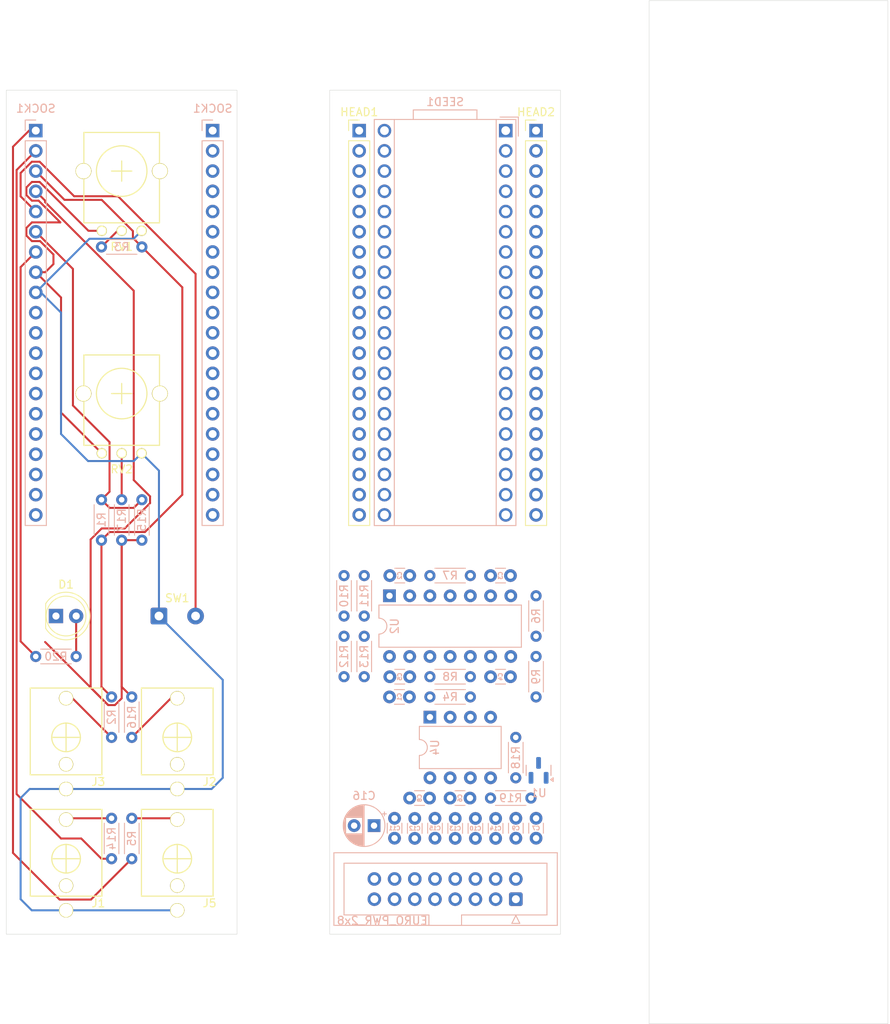
<source format=kicad_pcb>
(kicad_pcb (version 20240108) (generator "pcbnew") (generator_version "8.0")
  (layers (0 "F.Cu" signal) (31 "B.Cu" signal) (34 "B.Paste" user) (35 "F.Paste" user) (36 "B.SilkS" user "B.Silkscreen") (37 "F.SilkS" user "F.Silkscreen") (38 "B.Mask" user) (39 "F.Mask" user) (44 "Edge.Cuts" user))
  (net 0 "")
  (net 1 "ADC_IN_1")
  (net 2 "+5V")
  (net 3 "3V3_A")
  (net 4 "ADC_IN_0")
  (net 5 "AUDIO_IN_L")
  (net 6 "AUDIO_OUT_L")
  (net 7 "S5")
  (net 8 "S3")
  (net 9 "Net-(C2-Pad2)")
  (net 10 "Net-(C3-Pad2)")
  (net 11 "Net-(U2B--)")
  (net 12 "Net-(C4-Pad2)")
  (net 13 "Net-(U2C--)")
  (net 14 "S1")
  (net 15 "Net-(U2D--)")
  (net 16 "S2")
  (net 17 "-10V_REF")
  (net 18 "-12V")
  (net 19 "+12V")
  (net 21 "Net-(J1-PadT)")
  (net 23 "Net-(J2-PadT)")
  (net 25 "Net-(J3-PadT)")
  (net 26 "Net-(J4-CV-Pad13)")
  (net 27 "Net-(J4-GATE-Pad15)")
  (net 28 "Net-(J5-PadT)")
  (net 30 "Net-(R3-Pad1)")
  (net 31 "Net-(R17-Pad1)")
  (net 32 "S4")
  (net 33 "Net-(D1-A)")
  (net 35 "H5")
  (net 36 "H3")
  (net 37 "H4")
  (net 38 "H1")
  (net 39 "H2")
  (net 40 "H6")
  (net 41 "H_LED_OUT")
  (net 42 "H_GND")
  (net 43 "S_GND")
  (net 44 "S_LED_OUT")
  (net 45 "S_3V3_A")
  (footprint "Connector_PinHeader_2.54mm:PinHeader_1x20_P2.54mm_Vertical" (layer "F.Cu") (at 207.645 41.73)
    (property "Reference" "HEAD1")
    (property "Value" "PinHeader")
  )
  (footprint "eurocad:PJ301M-12_T_S" (layer "F.Cu") (at 170.811981 117.93)
    (property "Reference" "J3")
    (property "Value" "DELAY_TIME_CV_INPUT")
  )
  (footprint "LED_THT:LED_D5.0mm" (layer "F.Cu") (at 169.541981 102.69)
    (property "Reference" "D1")
    (property "Value" "LED")
  )
  (footprint "Library:Eurorack_Panel_ScrewHole_Oval" (layer "F.Cu") (at 269.24 150.9014)
    (property "Reference" "REF**" (hide yes))
    (property "Value" "Eurorack_Panel_ScrewHole_Oval" (hide yes))
  )
  (footprint "eurocad:PJ301M-12_T_S" (layer "F.Cu") (at 184.785 133.17)
    (property "Reference" "J5")
    (property "Value" "AUDIO_INPUT")
  )
  (footprint "eurocad:PJ301M-12_T_S" (layer "F.Cu") (at 170.815 133.17)
    (property "Reference" "J1")
    (property "Value" "AUDIO_OUTPUT")
  )
  (footprint "eurocad:PJ301M-12_T_S" (layer "F.Cu") (at 184.785 117.93)
    (property "Reference" "J2")
    (property "Value" "FEEDBACK_CV_INPUT")
  )
  (footprint "Library:Eurorack_Panel_ScrewHole_Oval" (layer "F.Cu") (at 248.92 28.3972)
    (property "Reference" "REF**" (hide yes))
    (property "Value" "Eurorack_Panel_ScrewHole_Oval" (hide yes))
  )
  (footprint "Connector_PinHeader_2.54mm:PinHeader_1x20_P2.54mm_Vertical" (layer "F.Cu") (at 229.87 41.73)
    (property "Reference" "HEAD2")
    (property "Value" "PinHeader_1x20_P2.54mm_Vertical")
  )
  (footprint "eurocad:Alpha9mmPot" (layer "F.Cu") (at 177.8 74.75)
    (property "Reference" "RV2")
    (property "Value" "FEEDBACK_POT_10K")
  )
  (footprint "eurocad:Alpha9mmPot" (layer "F.Cu") (at 177.8 46.81)
    (property "Reference" "RV1")
    (property "Value" "DELAY_TIME_POT_10K")
  )
  (footprint "Connector_Wire:SolderWire-0.5sqmm_1x02_P4.6mm_D0.9mm_OD2.1mm" (layer "F.Cu") (at 182.485 102.69)
    (property "Reference" "SW1")
    (property "Value" "SW_SPDT")
  )
  (footprint "Library:EURO_PWR_2x8" (layer "B.Cu") (at 227.33 138.25 90)
    (property "Reference" "J4" (hide yes))
    (property "Value" "EURO_PWR_2x8")
  )
  (footprint "Resistor_THT:R_Axial_DIN0204_L3.6mm_D1.6mm_P5.08mm_Horizontal" (layer "B.Cu") (at 208.28 110.31 90)
    (property "Reference" "R13")
    (property "Value" "100K")
  )
  (footprint "Capacitor_THT:C_Disc_D3.0mm_W1.6mm_P2.50mm" (layer "B.Cu") (at 227.33 128.09 -90)
    (property "Reference" "C9")
    (property "Value" "100nF")
  )
  (footprint "Resistor_THT:R_Axial_DIN0204_L3.6mm_D1.6mm_P5.08mm_Horizontal" (layer "B.Cu") (at 224.145 125.55)
    (property "Reference" "R19")
    (property "Value" "2K")
  )
  (footprint "Connector_PinSocket_2.54mm:PinSocket_1x20_P2.54mm_Vertical" (layer "B.Cu") (at 167.005 41.73 180)
    (property "Reference" "SOCK1")
    (property "Value" "PinSocket")
  )
  (footprint "Resistor_THT:R_Axial_DIN0204_L3.6mm_D1.6mm_P5.08mm_Horizontal" (layer "B.Cu") (at 227.32 123.01 90)
    (property "Reference" "R18")
    (property "Value" "66.5K")
  )
  (footprint "Capacitor_THT:C_Disc_D3.0mm_W1.6mm_P2.50mm" (layer "B.Cu") (at 212.09 128.09 -90)
    (property "Reference" "C11")
    (property "Value" "10µF")
  )
  (footprint "Resistor_THT:R_Axial_DIN0204_L3.6mm_D1.6mm_P5.08mm_Horizontal" (layer "B.Cu") (at 229.87 105.23 90)
    (property "Reference" "R6")
    (property "Value" "100K")
  )
  (footprint "Capacitor_THT:C_Disc_D3.0mm_W1.6mm_P2.50mm" (layer "B.Cu") (at 222.25 130.61 90)
    (property "Reference" "C10")
    (property "Value" "100nF")
  )
  (footprint "Package_DIP:DIP-14_W7.62mm" (layer "B.Cu") (at 211.455 100.15 -90)
    (property "Reference" "U2")
    (property "Value" "TL074")
  )
  (footprint "Capacitor_THT:C_Disc_D3.0mm_W1.6mm_P2.50mm" (layer "B.Cu") (at 224.155 97.61)
    (property "Reference" "C3")
    (property "Value" "560PF")
  )
  (footprint "Capacitor_THT:C_Disc_D3.0mm_W1.6mm_P2.50mm" (layer "B.Cu") (at 219.71 128.11 -90)
    (property "Reference" "C13")
    (property "Value" "100nF")
  )
  (footprint "Resistor_THT:R_Axial_DIN0204_L3.6mm_D1.6mm_P5.08mm_Horizontal" (layer "B.Cu") (at 221.615 112.85 180)
    (property "Reference" "R4")
    (property "Value" "66.5K")
  )
  (footprint "Capacitor_THT:C_Disc_D3.0mm_W1.6mm_P2.50mm" (layer "B.Cu") (at 224.79 130.61 90)
    (property "Reference" "C14")
    (property "Value" "100nF")
  )
  (footprint "Resistor_THT:R_Axial_DIN0204_L3.6mm_D1.6mm_P5.08mm_Horizontal" (layer "B.Cu") (at 205.74 105.23 -90)
    (property "Reference" "R12")
    (property "Value" "100K")
  )
  (footprint "Capacitor_THT:C_Disc_D3.0mm_W1.6mm_P2.50mm" (layer "B.Cu") (at 229.87 128.09 -90)
    (property "Reference" "C7")
    (property "Value" "100nF")
  )
  (footprint "Resistor_THT:R_Axial_DIN0204_L3.6mm_D1.6mm_P5.08mm_Horizontal" (layer "B.Cu") (at 205.74 97.61 -90)
    (property "Reference" "R10")
    (property "Value" "10K")
  )
  (footprint "Resistor_THT:R_Axial_DIN0204_L3.6mm_D1.6mm_P5.08mm_Horizontal" (layer "B.Cu") (at 180.34 88.085 -90)
    (property "Reference" "R15")
    (property "Value" "200K")
  )
  (footprint "Resistor_THT:R_Axial_DIN0204_L3.6mm_D1.6mm_P5.08mm_Horizontal" (layer "B.Cu") (at 216.535 110.31)
    (property "Reference" "R8")
    (property "Value" "100K")
  )
  (footprint "Capacitor_THT:C_Disc_D3.0mm_W1.6mm_P2.50mm" (layer "B.Cu") (at 213.955 112.85 180)
    (property "Reference" "C1")
    (property "Value" "10nF")
  )
  (footprint "Capacitor_THT:C_Disc_D3.0mm_W1.6mm_P2.50mm" (layer "B.Cu") (at 213.995 110.31 180)
    (property "Reference" "C5")
    (property "Value" "47PF")
  )
  (footprint "Resistor_THT:R_Axial_DIN0204_L3.6mm_D1.6mm_P5.08mm_Horizontal" (layer "B.Cu") (at 175.26 56.335)
    (property "Reference" "R3")
    (property "Value" "66.5K")
  )
  (footprint "Package_TO_SOT_SMD:SOT-23" (layer "B.Cu") (at 230.185 122.0725 90)
    (property "Reference" "U1")
    (property "Value" "LM4040DBZ-10")
  )
  (footprint "Resistor_THT:R_Axial_DIN0204_L3.6mm_D1.6mm_P5.08mm_Horizontal" (layer "B.Cu") (at 229.87 107.77 -90)
    (property "Reference" "R9")
    (property "Value" "10K")
  )
  (footprint "Resistor_THT:R_Axial_DIN0204_L3.6mm_D1.6mm_P5.08mm_Horizontal" (layer "B.Cu") (at 167.001981 107.77)
    (property "Reference" "R20")
    (property "Value" "1K")
  )
  (footprint "Resistor_THT:R_Axial_DIN0204_L3.6mm_D1.6mm_P5.08mm_Horizontal" (layer "B.Cu") (at 176.526981 133.17 90)
    (property "Reference" "R14")
    (property "Value" "1K")
  )
  (footprint "Resistor_THT:R_Axial_DIN0204_L3.6mm_D1.6mm_P5.08mm_Horizontal" (layer "B.Cu") (at 175.26 88.085 -90)
    (property "Reference" "R1")
    (property "Value" "200K")
  )
  (footprint "Package_DIP:DIP-8_W7.62mm" (layer "B.Cu") (at 216.535 115.39 -90)
    (property "Reference" "U4")
    (property "Value" "MCP6002-xP")
  )
  (footprint "Module:Electrosmith_Daisy_Seed" (layer "B.Cu") (at 226.06 41.73 180)
    (property "Reference" "SEED1")
    (property "Value" "Electrosmith_Daisy_Seed_Rev4")
  )
  (footprint "Capacitor_THT:C_Disc_D3.0mm_W1.6mm_P2.50mm" (layer "B.Cu") (at 224.155 110.31)
    (property "Reference" "C4")
    (property "Value" "47PF")
  )
  (footprint "Resistor_THT:R_Axial_DIN0204_L3.6mm_D1.6mm_P5.08mm_Horizontal" (layer "B.Cu") (at 208.28 102.69 90)
    (property "Reference" "R11")
    (property "Value" "100K")
  )
  (footprint "Capacitor_THT:CP_Radial_D5.0mm_P2.50mm" (layer "B.Cu") (at 209.51 129.01 180)
    (property "Reference" "C16")
    (property "Value" "220µF")
  )
  (footprint "Resistor_THT:R_Axial_DIN0204_L3.6mm_D1.6mm_P5.08mm_Horizontal" (layer "B.Cu") (at 179.07 117.93 90)
    (property "Reference" "R16")
    (property "Value" "100K")
  )
  (footprint "Capacitor_THT:C_Disc_D3.0mm_W1.6mm_P2.50mm" (layer "B.Cu") (at 221.565 125.55 180)
    (property "Reference" "C6")
    (property "Value" "10nF")
  )
  (footprint "Connector_PinSocket_2.54mm:PinSocket_1x20_P2.54mm_Vertical" (layer "B.Cu") (at 189.23 41.73 180)
    (property "Reference" "SOCK1")
    (property "Value" "PinSocket_1x20_P2.54mm_Vertical")
  )
  (footprint "Capacitor_THT:C_Disc_D3.0mm_W1.6mm_P2.50mm" (layer "B.Cu") (at 217.17 128.09 -90)
    (property "Reference" "C15")
    (property "Value" "10µF")
  )
  (footprint "Resistor_THT:R_Axial_DIN0204_L3.6mm_D1.6mm_P5.08mm_Horizontal" (layer "B.Cu") (at 176.526981 117.93 90)
    (property "Reference" "R2")
    (property "Value" "100K")
  )
  (footprint "Capacitor_THT:C_Disc_D3.0mm_W1.6mm_P2.50mm" (layer "B.Cu") (at 214.63 130.61 90)
    (property "Reference" "C12")
    (property "Value" "10µF")
  )
  (footprint "Capacitor_THT:C_Disc_D3.0mm_W1.6mm_P2.50mm" (layer "B.Cu") (at 216.485 125.55 180)
    (property "Reference" "C8")
    (property "Value" "100nF")
  )
  (footprint "Resistor_THT:R_Axial_DIN0204_L3.6mm_D1.6mm_P5.08mm_Horizontal" (layer "B.Cu") (at 179.07 128.09 -90)
    (property "Reference" "R5")
    (property "Value" "100K")
  )
  (footprint "Capacitor_THT:C_Disc_D3.0mm_W1.6mm_P2.50mm" (layer "B.Cu") (at 213.995 97.61 180)
    (property "Reference" "C2")
    (property "Value" "47PF")
  )
  (footprint "Resistor_THT:R_Axial_DIN0204_L3.6mm_D1.6mm_P5.08mm_Horizontal" (layer "B.Cu") (at 177.8 88.085 -90)
    (property "Reference" "R17")
    (property "Value" "66.5K")
  )
  (footprint "Resistor_THT:R_Axial_DIN0204_L3.6mm_D1.6mm_P5.08mm_Horizontal" (layer "B.Cu") (at 221.615 97.61 180)
    (property "Reference" "R7")
    (property "Value" "1K")
  )
  (gr_rect (start 163.3 36.65) (end 192.3 142.65) (stroke (width 0.05)) (fill none) (layer "Edge.Cuts"))
  (gr_rect (start 244.08 25.4) (end 274.08 153.9) (stroke (width 0.05)) (fill none) (layer "Edge.Cuts"))
  (gr_rect (start 203.94 36.65) (end 232.94 142.65) (stroke (width 0.05)) (fill none) (layer "Edge.Cuts"))
  (segment (start 166.518299 45.635) (end 165.1 47.053299) (width 0.25) (layer "F.Cu") (net 7))
  (segment (start 165.1 49.985) (end 167.005 51.89) (width 0.25) (layer "F.Cu") (net 7))
  (segment (start 177.341841 49.972982) (end 171.829683 49.972982) (width 0.25) (layer "F.Cu") (net 7))
  (segment (start 187.085 102.69) (end 187.085 59.716141) (width 0.25) (layer "F.Cu") (net 7))
  (segment (start 187.085 59.716141) (end 177.341841 49.972982) (width 0.25) (layer "F.Cu") (net 7))
  (segment (start 171.829683 49.972982) (end 167.491701 45.635) (width 0.25) (layer "F.Cu") (net 7))
  (segment (start 167.491701 45.635) (end 166.518299 45.635) (width 0.25) (layer "F.Cu") (net 7))
  (segment (start 165.1 47.053299) (end 165.1 49.985) (width 0.25) (layer "F.Cu") (net 7))
  (segment (start 175.291841 50.422982) (end 179.210132 54.341273) (width 0.25) (layer "F.Cu") (net 8))
  (segment (start 180.73 92.14) (end 176.285 92.14) (width 0.25) (layer "F.Cu") (net 8))
  (segment (start 179.210132 55.205132) (end 180.34 56.335) (width 0.25) (layer "F.Cu") (net 8))
  (segment (start 180.34 56.335) (end 185.42 61.415) (width 0.25) (layer "F.Cu") (net 8))
  (segment (start 185.42 61.415) (end 185.42 87.45) (width 0.25) (layer "F.Cu") (net 8))
  (segment (start 170.617982 50.422982) (end 175.291841 50.422982) (width 0.25) (layer "F.Cu") (net 8))
  (segment (start 179.210132 54.341273) (end 179.210132 55.205132) (width 0.25) (layer "F.Cu") (net 8))
  (segment (start 176.285 92.14) (end 175.26 93.165) (width 0.25) (layer "F.Cu") (net 8))
  (segment (start 175.26 111.583019) (end 176.526981 112.85) (width 0.25) (layer "F.Cu") (net 8))
  (segment (start 167.005 46.81) (end 170.617982 50.422982) (width 0.25) (layer "F.Cu") (net 8))
  (segment (start 175.26 93.165) (end 175.26 111.583019) (width 0.25) (layer "F.Cu") (net 8))
  (segment (start 185.42 87.45) (end 180.73 92.14) (width 0.25) (layer "F.Cu") (net 8))
  (segment (start 173.942253 138.297747) (end 179.07 133.17) (width 0.25) (layer "F.Cu") (net 14))
  (segment (start 164.1436 132.443578) (end 169.997769 138.297747) (width 0.25) (layer "F.Cu") (net 14))
  (segment (start 164.1436 43.753335) (end 164.1436 132.443578) (width 0.25) (layer "F.Cu") (net 14))
  (segment (start 166.166935 41.73) (end 164.1436 43.753335) (width 0.25) (layer "F.Cu") (net 14))
  (segment (start 169.997769 138.297747) (end 173.942253 138.297747) (width 0.25) (layer "F.Cu") (net 14))
  (segment (start 167.005 41.73) (end 166.166935 41.73) (width 0.25) (layer "F.Cu") (net 14))
  (segment (start 164.5936 46.6814) (end 167.005 44.27) (width 0.25) (layer "F.Cu") (net 16))
  (segment (start 170.18 130.63) (end 164.5936 125.0436) (width 0.25) (layer "F.Cu") (net 16))
  (segment (start 172.72 130.63) (end 170.18 130.63) (width 0.25) (layer "F.Cu") (net 16))
  (segment (start 164.5936 125.0436) (end 164.5936 46.6814) (width 0.25) (layer "F.Cu") (net 16))
  (segment (start 176.526981 133.17) (end 175.26 133.17) (width 0.25) (layer "F.Cu") (net 16))
  (segment (start 175.26 133.17) (end 172.72 130.63) (width 0.25) (layer "F.Cu") (net 16))
  (segment (start 176.285 89.11) (end 175.26 88.085) (width 0.25) (layer "F.Cu") (net 17))
  (segment (start 171.675 76.245) (end 176.275 80.845) (width 0.25) (layer "F.Cu") (net 17))
  (segment (start 176.275 87.07) (end 175.26 88.085) (width 0.25) (layer "F.Cu") (net 17))
  (segment (start 179.315 89.11) (end 176.285 89.11) (width 0.25) (layer "F.Cu") (net 17))
  (segment (start 171.675 59.1) (end 171.675 76.245) (width 0.25) (layer "F.Cu") (net 17))
  (segment (start 167.005 54.43) (end 171.675 59.1) (width 0.25) (layer "F.Cu") (net 17))
  (segment (start 176.275 80.845) (end 176.275 87.07) (width 0.25) (layer "F.Cu") (net 17))
  (segment (start 180.34 88.085) (end 179.315 89.11) (width 0.25) (layer "F.Cu") (net 17))
  (segment (start 176.526981 128.09) (end 170.975 128.09) (width 0.25) (layer "F.Cu") (net 21))
  (segment (start 170.975 128.09) (end 170.815 128.25) (width 0.25) (layer "F.Cu") (net 21))
  (segment (start 179.07 117.93) (end 183.99 113.01) (width 0.25) (layer "F.Cu") (net 23))
  (segment (start 183.99 113.01) (end 184.785 113.01) (width 0.25) (layer "F.Cu") (net 23))
  (segment (start 176.526981 117.93) (end 171.606981 113.01) (width 0.25) (layer "F.Cu") (net 25))
  (segment (start 171.606981 113.01) (end 170.811981 113.01) (width 0.25) (layer "F.Cu") (net 25))
  (segment (start 179.07 128.09) (end 184.625 128.09) (width 0.25) (layer "F.Cu") (net 28))
  (segment (start 184.625 128.09) (end 184.785 128.25) (width 0.25) (layer "F.Cu") (net 28))
  (segment (start 175.26 56.335) (end 177.285 54.31) (width 0.25) (layer "F.Cu") (net 30))
  (segment (start 177.285 54.31) (end 177.8 54.31) (width 0.25) (layer "F.Cu") (net 30))
  (segment (start 177.8 88.085) (end 177.8 82.25) (width 0.25) (layer "F.Cu") (net 31))
  (segment (start 168.18 50.525) (end 168.18 50.704569) (width 0.25) (layer "F.Cu") (net 32))
  (segment (start 181.365 87.660431) (end 181.365 88.509569) (width 0.25) (layer "F.Cu") (net 32))
  (segment (start 173.898706 111.671294) (end 176.102412 113.875) (width 0.25) (layer "F.Cu") (net 32))
  (segment (start 179.315 85.610431) (end 181.365 87.660431) (width 0.25) (layer "F.Cu") (net 32))
  (segment (start 178.184569 91.69) (end 175.285431 91.69) (width 0.25) (layer "F.Cu") (net 32))
  (segment (start 181.365 88.509569) (end 178.184569 91.69) (width 0.25) (layer "F.Cu") (net 32))
  (segment (start 179.315 61.839569) (end 179.315 85.610431) (width 0.25) (layer "F.Cu") (net 32))
  (segment (start 168.18 105.952588) (end 176.102412 113.875) (width 0.25) (layer "F.Cu") (net 32))
  (segment (start 176.102412 113.875) (end 176.95155 113.875) (width 0.25) (layer "F.Cu") (net 32))
  (segment (start 177.8 93.165) (end 177.8 111.58) (width 0.25) (layer "F.Cu") (net 32))
  (segment (start 177.8 113.02655) (end 177.8 93.165) (width 0.25) (layer "F.Cu") (net 32))
  (segment (start 175.285431 91.69) (end 173.898706 93.076725) (width 0.25) (layer "F.Cu") (net 32))
  (segment (start 177.8 111.58) (end 179.07 112.85) (width 0.25) (layer "F.Cu") (net 32))
  (segment (start 177.8 93.165) (end 180.34 93.165) (width 0.25) (layer "F.Cu") (net 32))
  (segment (start 168.18 50.704569) (end 179.315 61.839569) (width 0.25) (layer "F.Cu") (net 32))
  (segment (start 176.95155 113.875) (end 177.8 113.02655) (width 0.25) (layer "F.Cu") (net 32))
  (segment (start 167.005 49.35) (end 168.18 50.525) (width 0.25) (layer "F.Cu") (net 32))
  (segment (start 173.898706 93.076725) (end 173.898706 111.671294) (width 0.25) (layer "F.Cu") (net 32))
  (segment (start 172.081981 102.69) (end 172.081981 107.77) (width 0.25) (layer "F.Cu") (net 33))
  (segment (start 170.811981 124.41) (end 166.24 124.41) (width 0.25) (layer "B.Cu") (net 43))
  (segment (start 173.745 55.31) (end 179.3 55.31) (width 0.25) (layer "B.Cu") (net 43))
  (segment (start 165.1 125.55) (end 165.1 138.25) (width 0.25) (layer "B.Cu") (net 43))
  (segment (start 170.815 139.65) (end 184.785 139.65) (width 0.25) (layer "B.Cu") (net 43))
  (segment (start 179.325 83.225) (end 173.575 83.225) (width 0.25) (layer "B.Cu") (net 43))
  (segment (start 180.3 82.25) (end 179.325 83.225) (width 0.25) (layer "B.Cu") (net 43))
  (segment (start 167.64 62.05) (end 167.005 62.05) (width 0.25) (layer "B.Cu") (net 43))
  (segment (start 189.1 124.41) (end 184.785 124.41) (width 0.25) (layer "B.Cu") (net 43))
  (segment (start 190.5 123.01) (end 189.1 124.41) (width 0.25) (layer "B.Cu") (net 43))
  (segment (start 190.5 110.705) (end 190.5 123.01) (width 0.25) (layer "B.Cu") (net 43))
  (segment (start 182.485 102.69) (end 182.485 84.435) (width 0.25) (layer "B.Cu") (net 43))
  (segment (start 184.785 124.41) (end 170.811981 124.41) (width 0.25) (layer "B.Cu") (net 43))
  (segment (start 182.485 84.435) (end 180.3 82.25) (width 0.25) (layer "B.Cu") (net 43))
  (segment (start 182.485 102.69) (end 190.5 110.705) (width 0.25) (layer "B.Cu") (net 43))
  (segment (start 167.005 62.05) (end 173.745 55.31) (width 0.25) (layer "B.Cu") (net 43))
  (segment (start 166.24 124.41) (end 165.1 125.55) (width 0.25) (layer "B.Cu") (net 43))
  (segment (start 166.5 139.65) (end 170.815 139.65) (width 0.25) (layer "B.Cu") (net 43))
  (segment (start 173.575 83.225) (end 170.18 79.83) (width 0.25) (layer "B.Cu") (net 43))
  (segment (start 165.1 138.25) (end 166.5 139.65) (width 0.25) (layer "B.Cu") (net 43))
  (segment (start 179.3 55.31) (end 180.3 54.31) (width 0.25) (layer "B.Cu") (net 43))
  (segment (start 170.18 79.83) (end 170.18 64.59) (width 0.25) (layer "B.Cu") (net 43))
  (segment (start 170.18 64.59) (end 167.64 62.05) (width 0.25) (layer "B.Cu") (net 43))
  (segment (start 167.001981 107.77) (end 165.1 105.868019) (width 0.25) (layer "F.Cu") (net 44))
  (segment (start 165.1 58.875) (end 167.005 56.97) (width 0.25) (layer "F.Cu") (net 44))
  (segment (start 165.1 105.868019) (end 165.1 58.875) (width 0.25) (layer "F.Cu") (net 44))
  (segment (start 167.491701 48.175) (end 173.626701 54.31) (width 0.25) (layer "F.Cu") (net 45))
  (segment (start 166.518299 55.605) (end 165.83 54.916701) (width 0.25) (layer "F.Cu") (net 45))
  (segment (start 167.005 59.51) (end 168.207081 59.51) (width 0.25) (layer "F.Cu") (net 45))
  (segment (start 166.518299 50.525) (end 165.83 49.836701) (width 0.25) (layer "F.Cu") (net 45))
  (segment (start 165.83 53.943299) (end 166.518299 53.255) (width 0.25) (layer "F.Cu") (net 45))
  (segment (start 167.005 59.51) (end 170.18 62.685) (width 0.25) (layer "F.Cu") (net 45))
  (segment (start 167.364035 50.525) (end 166.518299 50.525) (width 0.25) (layer "F.Cu") (net 45))
  (segment (start 170.18 62.685) (end 170.18 77.29) (width 0.25) (layer "F.Cu") (net 45))
  (segment (start 166.518299 48.175) (end 167.491701 48.175) (width 0.25) (layer "F.Cu") (net 45))
  (segment (start 168.207081 59.51) (end 169.226802 58.490279) (width 0.25) (layer "F.Cu") (net 45))
  (segment (start 170.18 77.29) (end 170.34 77.29) (width 0.25) (layer "F.Cu") (net 45))
  (segment (start 173.626701 54.31) (end 175.3 54.31) (width 0.25) (layer "F.Cu") (net 45))
  (segment (start 167.543604 55.605) (end 166.518299 55.605) (width 0.25) (layer "F.Cu") (net 45))
  (segment (start 165.83 54.916701) (end 165.83 53.943299) (width 0.25) (layer "F.Cu") (net 45))
  (segment (start 170.094035 53.255) (end 167.364035 50.525) (width 0.25) (layer "F.Cu") (net 45))
  (segment (start 165.83 49.836701) (end 165.83 48.863299) (width 0.25) (layer "F.Cu") (net 45))
  (segment (start 166.518299 53.255) (end 170.094035 53.255) (width 0.25) (layer "F.Cu") (net 45))
  (segment (start 169.226802 57.288198) (end 167.543604 55.605) (width 0.25) (layer "F.Cu") (net 45))
  (segment (start 169.226802 58.490279) (end 169.226802 57.288198) (width 0.25) (layer "F.Cu") (net 45))
  (segment (start 170.34 77.29) (end 175.3 82.25) (width 0.25) (layer "F.Cu") (net 45))
  (segment (start 165.83 48.863299) (end 166.518299 48.175) (width 0.25) (layer "F.Cu") (net 45))
)
</source>
